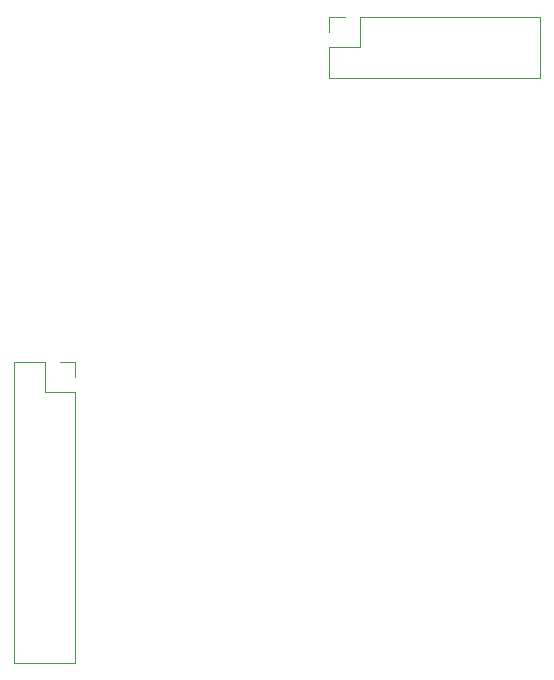
<source format=gbr>
G04 #@! TF.FileFunction,Legend,Bot*
%FSLAX46Y46*%
G04 Gerber Fmt 4.6, Leading zero omitted, Abs format (unit mm)*
G04 Created by KiCad (PCBNEW 4.0.6) date Sun Jun 18 22:19:01 2017*
%MOMM*%
%LPD*%
G01*
G04 APERTURE LIST*
%ADD10C,0.100000*%
%ADD11C,0.120000*%
G04 APERTURE END LIST*
D10*
D11*
X85090000Y-40580000D02*
X100390000Y-40580000D01*
X100390000Y-40580000D02*
X100390000Y-45780000D01*
X100390000Y-45780000D02*
X82490000Y-45780000D01*
X82490000Y-45780000D02*
X82490000Y-43180000D01*
X82490000Y-43180000D02*
X85090000Y-43180000D01*
X85090000Y-43180000D02*
X85090000Y-40580000D01*
X83820000Y-40580000D02*
X82490000Y-40580000D01*
X82490000Y-40580000D02*
X82490000Y-41910000D01*
X61020000Y-72390000D02*
X61020000Y-95310000D01*
X61020000Y-95310000D02*
X55820000Y-95310000D01*
X55820000Y-95310000D02*
X55820000Y-69790000D01*
X55820000Y-69790000D02*
X58420000Y-69790000D01*
X58420000Y-69790000D02*
X58420000Y-72390000D01*
X58420000Y-72390000D02*
X61020000Y-72390000D01*
X61020000Y-71120000D02*
X61020000Y-69790000D01*
X61020000Y-69790000D02*
X59690000Y-69790000D01*
M02*

</source>
